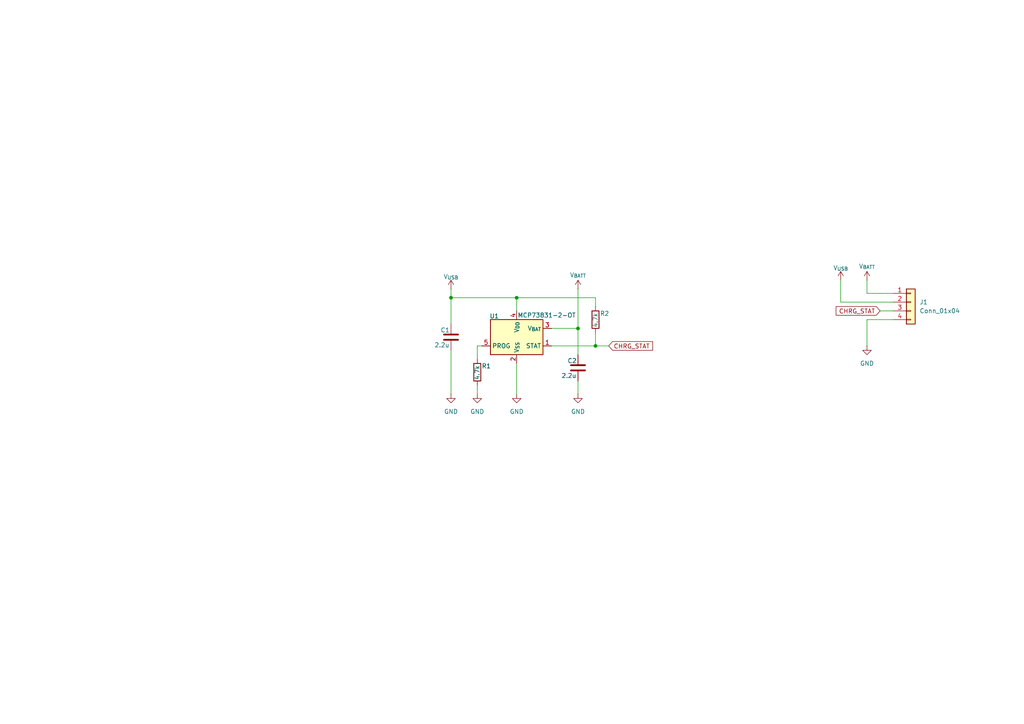
<source format=kicad_sch>
(kicad_sch (version 20231120) (generator "eeschema") (generator_version "8.0")
  (paper "A4")
  (lib_symbols
    (symbol "Battery_Management:MCP73831-2-OT"
      (property "Reference" "U" (at -7.62 6.35 0))
      (property "Value" "MCP73831-2-OT" (at 1.27 6.35 0))
      (symbol "MCP73831-2-OT_0_1"
        (rectangle (start -7.62 5.08) (end 7.62 -5.08) (stroke (width 0.254)) (fill (type background)))
      )
      (symbol "MCP73831-2-OT_1_1"
        (pin tri_state line (at 10.16 -2.54 180) (length 2.54) (name "STAT") (number "1"))
        (pin power_in line (at 0 -7.62 90) (length 2.54) (name "V_{SS}") (number "2"))
        (pin power_out line (at 10.16 2.54 180) (length 2.54) (name "V_{BAT}") (number "3"))
        (pin power_in line (at 0 7.62 270) (length 2.54) (name "V_{DD}") (number "4"))
        (pin input line (at -10.16 -2.54 0) (length 2.54) (name "PROG") (number "5"))
      )
    )
    (symbol "Connector_Generic:Conn_01x04" (pin_names (offset 1.016) hide)
      (property "Reference" "J" (at 0 5.08 0))
      (property "Value" "Conn_01x04" (at 0 -7.62 0))
      (symbol "Conn_01x04_1_1"
        (rectangle (start -1.27 -4.953) (end 0 -5.207) (stroke (width 0.1524)))
        (rectangle (start -1.27 -2.413) (end 0 -2.667) (stroke (width 0.1524)))
        (rectangle (start -1.27 0.127) (end 0 -0.127) (stroke (width 0.1524)))
        (rectangle (start -1.27 2.667) (end 0 2.413) (stroke (width 0.1524)))
        (rectangle (start -1.27 3.81) (end 1.27 -6.35) (stroke (width 0.254)) (fill (type background)))
        (pin passive line (at -5.08 2.54 0) (length 3.81) (name "Pin_1") (number "1"))
        (pin passive line (at -5.08 0 0) (length 3.81) (name "Pin_2") (number "2"))
        (pin passive line (at -5.08 -2.54 0) (length 3.81) (name "Pin_3") (number "3"))
        (pin passive line (at -5.08 -5.08 0) (length 3.81) (name "Pin_4") (number "4"))
      )
    )
    (symbol "Device:C" (pin_numbers hide) (pin_names (offset 0.254))
      (property "Reference" "C" (at 0.635 2.54 0))
      (property "Value" "C" (at 0.635 -2.54 0))
      (symbol "C_0_1"
        (polyline (pts (xy -2.032 -0.762) (xy 2.032 -0.762)) (stroke (width 0.508)))
        (polyline (pts (xy -2.032 0.762) (xy 2.032 0.762)) (stroke (width 0.508)))
      )
      (symbol "C_1_1"
        (pin passive line (at 0 3.81 270) (length 2.794) (name "~") (number "1"))
        (pin passive line (at 0 -3.81 90) (length 2.794) (name "~") (number "2"))
      )
    )
    (symbol "R_2" (pin_numbers hide) (pin_names (offset 0))
      (property "Reference" "R" (at 2.032 0 90))
      (property "Value" "R" (at 0 0 90))
      (symbol "R_2_0_1"
        (rectangle (start -1.016 -2.54) (end 1.016 2.54) (stroke (width 0.254)))
      )
      (symbol "R_2_1_1"
        (pin passive line (at 0 3.81 270) (length 1.27) (name "~") (number "1"))
        (pin passive line (at 0 -3.81 90) (length 1.27) (name "~") (number "2"))
      )
    )
    (symbol "power:+BATT" (power) (pin_numbers hide) (pin_names (offset 0) hide)
      (property "Value" "+BATT" (at 0 3.556 0))
      (symbol "+BATT_0_1"
        (polyline (pts (xy -0.762 1.27) (xy 0 2.54)))
        (polyline (pts (xy 0 0) (xy 0 2.54)))
        (polyline (pts (xy 0 2.54) (xy 0.762 1.27)))
      )
      (symbol "+BATT_1_1"
        (pin power_in line (at 0 0 90) (length 0) (name "~") (number "1"))
      )
    )
    (symbol "power:GND" (power) (pin_numbers hide) (pin_names (offset 0) hide)
      (property "Value" "GND" (at 0 -3.81 0))
      (symbol "GND_0_1"
        (polyline (pts (xy 0 0) (xy 0 -1.27) (xy 1.27 -1.27) (xy 0 -2.54) (xy -1.27 -1.27) (xy 0 -1.27)))
      )
      (symbol "GND_1_1"
        (pin power_in line (at 0 0 270) (length 0) (name "~") (number "1"))
      )
    )
  )
  (junction (at 130.81 86.36))
  (junction (at 172.72 100.33))
  (junction (at 149.86 86.36))
  (junction (at 167.64 95.25))
  (wire (pts (xy 149.86 105.41) (xy 149.86 114.3)))
  (wire (pts (xy 255.27 90.17) (xy 259.08 90.17)))
  (wire (pts (xy 251.46 92.71) (xy 259.08 92.71)))
  (wire (pts (xy 167.64 83.82) (xy 167.64 95.25)))
  (wire (pts (xy 130.81 101.6) (xy 130.81 114.3)))
  (wire (pts (xy 251.46 85.09) (xy 251.46 81.28)))
  (wire (pts (xy 167.64 110.49) (xy 167.64 114.3)))
  (wire (pts (xy 172.72 86.36) (xy 149.86 86.36)))
  (wire (pts (xy 259.08 87.63) (xy 243.84 87.63)))
  (wire (pts (xy 172.72 96.52) (xy 172.72 100.33)))
  (wire (pts (xy 160.02 100.33) (xy 172.72 100.33)))
  (wire (pts (xy 138.43 100.33) (xy 138.43 104.14)))
  (wire (pts (xy 139.7 100.33) (xy 138.43 100.33)))
  (wire (pts (xy 167.64 95.25) (xy 167.64 102.87)))
  (wire (pts (xy 251.46 100.33) (xy 251.46 92.71)))
  (wire (pts (xy 172.72 100.33) (xy 176.53 100.33)))
  (wire (pts (xy 149.86 90.17) (xy 149.86 86.36)))
  (wire (pts (xy 259.08 85.09) (xy 251.46 85.09)))
  (wire (pts (xy 243.84 87.63) (xy 243.84 81.28)))
  (wire (pts (xy 149.86 86.36) (xy 130.81 86.36)))
  (wire (pts (xy 160.02 95.25) (xy 167.64 95.25)))
  (wire (pts (xy 130.81 83.82) (xy 130.81 86.36)))
  (wire (pts (xy 138.43 111.76) (xy 138.43 114.3)))
  (wire (pts (xy 130.81 86.36) (xy 130.81 93.98)))
  (wire (pts (xy 172.72 88.9) (xy 172.72 86.36)))
  (global_label "CHRG_STAT" (shape input) (at 255.27 90.17 180) (property "Intersheetrefs" "${INTERSHEET_REFS}" (effects (hide yes))))
  (global_label "CHRG_STAT" (shape input) (at 176.53 100.33 0) (property "Intersheetrefs" "${INTERSHEET_REFS}" (effects (hide yes))))
  (symbol (lib_id "power:+BATT") (at 167.64 83.82 0) (unit 1)
    (property "Reference" "#PWR05" (effects (hide yes)))
    (property "Value" "V_{BATT}" (at 167.64 79.756 0))
    (property "Description" "Power symbol creates a global label with name \"+BATT\"" (effects (hide yes)))
  )
  (symbol (lib_id "power:GND") (at 149.86 114.3 0) (unit 1)
    (property "Reference" "#PWR04" (effects (hide yes)))
    (property "Value" "GND" (at 149.86 119.38 0))
    (property "Description" "Power symbol creates a global label with name \"GND\" , ground" (effects (hide yes)))
  )
  (symbol (lib_id "power:+BATT") (at 130.81 83.82 0) (unit 1)
    (property "Reference" "#PWR01" (effects (hide yes)))
    (property "Value" "V_{USB}" (at 130.81 80.264 0))
    (property "Description" "Power symbol creates a global label with name \"+BATT\"" (effects (hide yes)))
  )
  (symbol (lib_id "Connector_Generic:Conn_01x04") (at 264.16 87.63 0) (unit 1)
    (property "Reference" "J1" (at 266.7 87.6299 0) (effects (justify left)))
    (property "Value" "Conn_01x04" (at 266.7 90.1699 0) (effects (justify left)))
    (property "Footprint" "Connector_PinHeader_2.54mm:PinHeader_1x04_P2.54mm_Vertical" (effects (hide yes)))
    (property "Description" "Generic connector, single row, 01x04, script generated (kicad-library-utils/schlib/autogen/connector/)" (effects (hide yes)))
  )
  (symbol (lib_id "power:+BATT") (at 243.84 81.28 0) (unit 1)
    (property "Reference" "#PWR08" (effects (hide yes)))
    (property "Value" "V_{USB}" (at 243.84 77.724 0))
    (property "Description" "Power symbol creates a global label with name \"+BATT\"" (effects (hide yes)))
  )
  (symbol (lib_name "R_2") (lib_id "Device:R") (at 138.43 107.95 0) (unit 1)
    (property "Reference" "R1" (at 139.7 106.172 0) (effects (justify left)))
    (property "Value" "4.7k" (at 138.43 110.236 90) (effects (justify left)))
    (property "Footprint" "Resistor_SMD:R_1206_3216Metric" (effects (hide yes)))
    (property "Description" "Resistor" (effects (hide yes)))
    (property "Manufacturer" "YAGEO" (effects (hide yes)))
    (property "Part Number" "RC1206FR-074K7L" (effects (hide yes)))
    (property "DIGIKEY" "311-4.70KFRCT-ND" (effects (hide yes)))
  )
  (symbol (lib_id "power:GND") (at 130.81 114.3 0) (unit 1)
    (property "Reference" "#PWR02" (effects (hide yes)))
    (property "Value" "GND" (at 130.81 119.38 0))
    (property "Description" "Power symbol creates a global label with name \"GND\" , ground" (effects (hide yes)))
  )
  (symbol (lib_id "power:GND") (at 167.64 114.3 0) (unit 1)
    (property "Reference" "#PWR06" (effects (hide yes)))
    (property "Value" "GND" (at 167.64 119.38 0))
    (property "Description" "Power symbol creates a global label with name \"GND\" , ground" (effects (hide yes)))
  )
  (symbol (lib_id "Device:C") (at 167.64 106.68 0) (unit 1)
    (property "Reference" "C2" (at 164.592 104.648 0) (effects (justify left)))
    (property "Value" "2.2u" (at 162.814 108.966 0) (effects (justify left)))
    (property "Footprint" "Capacitor_SMD:C_1206_3216Metric" (effects (hide yes)))
    (property "Description" "Unpolarized capacitor" (effects (hide yes)))
    (property "DIGIKEY" "1276-1264-1-ND" (effects (hide yes)))
    (property "Manufacturer" "Samsung Electro-Mechanics" (effects (hide yes)))
    (property "Part Number" "CL31B225KOHNNNE" (effects (hide yes)))
  )
  (symbol (lib_id "power:+BATT") (at 251.46 81.28 0) (unit 1)
    (property "Reference" "#PWR07" (effects (hide yes)))
    (property "Value" "V_{BATT}" (at 251.46 77.216 0))
    (property "Description" "Power symbol creates a global label with name \"+BATT\"" (effects (hide yes)))
  )
  (symbol (lib_id "Device:C") (at 130.81 97.79 0) (unit 1)
    (property "Reference" "C1" (at 127.762 95.758 0) (effects (justify left)))
    (property "Value" "2.2u" (at 125.984 100.076 0) (effects (justify left)))
    (property "Footprint" "Capacitor_SMD:C_1206_3216Metric" (effects (hide yes)))
    (property "Description" "Unpolarized capacitor" (effects (hide yes)))
    (property "DIGIKEY" "1276-1264-1-ND" (effects (hide yes)))
    (property "Manufacturer" "Samsung Electro-Mechanics" (effects (hide yes)))
    (property "Part Number" "CL31B225KOHNNNE" (effects (hide yes)))
  )
  (symbol (lib_name "R_2") (lib_id "Device:R") (at 172.72 92.71 0) (unit 1)
    (property "Reference" "R2" (at 173.99 90.932 0) (effects (justify left)))
    (property "Value" "4.7k" (at 172.72 94.996 90) (effects (justify left)))
    (property "Footprint" "Resistor_SMD:R_1206_3216Metric" (effects (hide yes)))
    (property "Description" "Resistor" (effects (hide yes)))
    (property "Manufacturer" "YAGEO" (effects (hide yes)))
    (property "Part Number" "RC1206FR-074K7L" (effects (hide yes)))
    (property "DIGIKEY" "311-4.70KFRCT-ND" (effects (hide yes)))
  )
  (symbol (lib_id "power:GND") (at 251.46 100.33 0) (unit 1)
    (property "Reference" "#PWR09" (effects (hide yes)))
    (property "Value" "GND" (at 251.46 105.41 0))
    (property "Description" "Power symbol creates a global label with name \"GND\" , ground" (effects (hide yes)))
  )
  (symbol (lib_id "Battery_Management:MCP73831-2-OT") (at 149.86 97.79 0) (unit 1)
    (property "Reference" "U1" (at 141.986 91.694 0) (effects (justify left)))
    (property "Value" "MCP73831-2-OT" (at 150.114 91.44 0) (effects (justify left)))
    (property "Footprint" "Package_TO_SOT_SMD:SOT-23-5" (effects (hide yes)))
    (property "Datasheet" "http://ww1.microchip.com/downloads/en/DeviceDoc/20001984g.pdf" (effects (hide yes)))
    (property "Description" "Single cell, Li-Ion/Li-Po charge management controller, 4.20V, Tri-State Status Output, in SOT23-5 package" (effects (hide yes)))
    (property "Manufacturer" "Richtek USA Inc." (effects (hide yes)))
    (property "Part Number" "RT9080-33GJ5" (effects (hide yes)))
    (property "DIGIKEY" "1028-1509-1-ND" (effects (hide yes)))
  )
  (symbol (lib_id "power:GND") (at 138.43 114.3 0) (unit 1)
    (property "Reference" "#PWR03" (effects (hide yes)))
    (property "Value" "GND" (at 138.43 119.38 0))
    (property "Description" "Power symbol creates a global label with name \"GND\" , ground" (effects (hide yes)))
  )
)
</source>
